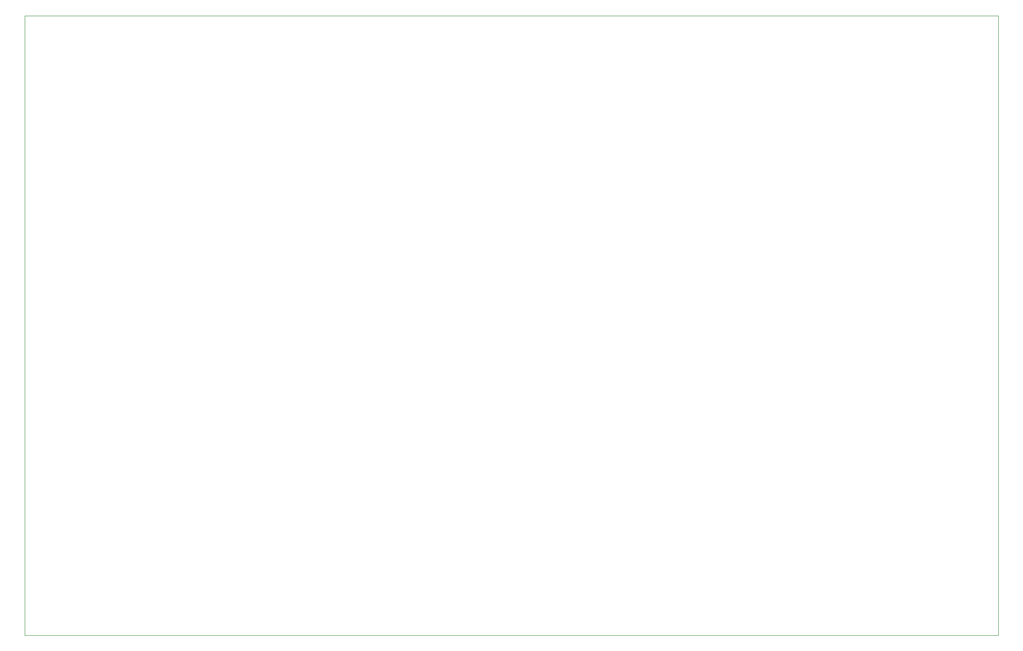
<source format=gbr>
%TF.GenerationSoftware,KiCad,Pcbnew,8.0.1*%
%TF.CreationDate,2024-07-11T11:53:30+07:00*%
%TF.ProjectId,chroma-pixel-zeta,6368726f-6d61-42d7-9069-78656c2d7a65,rev?*%
%TF.SameCoordinates,Original*%
%TF.FileFunction,Profile,NP*%
%FSLAX46Y46*%
G04 Gerber Fmt 4.6, Leading zero omitted, Abs format (unit mm)*
G04 Created by KiCad (PCBNEW 8.0.1) date 2024-07-11 11:53:30*
%MOMM*%
%LPD*%
G01*
G04 APERTURE LIST*
%TA.AperFunction,Profile*%
%ADD10C,0.100000*%
%TD*%
G04 APERTURE END LIST*
D10*
X50396200Y-36475000D02*
X50396200Y-153075000D01*
X233796200Y-36475000D02*
X233796200Y-153075000D01*
X50396200Y-153075000D02*
X233796200Y-153075000D01*
X50396200Y-36475000D02*
X233796200Y-36475000D01*
M02*

</source>
